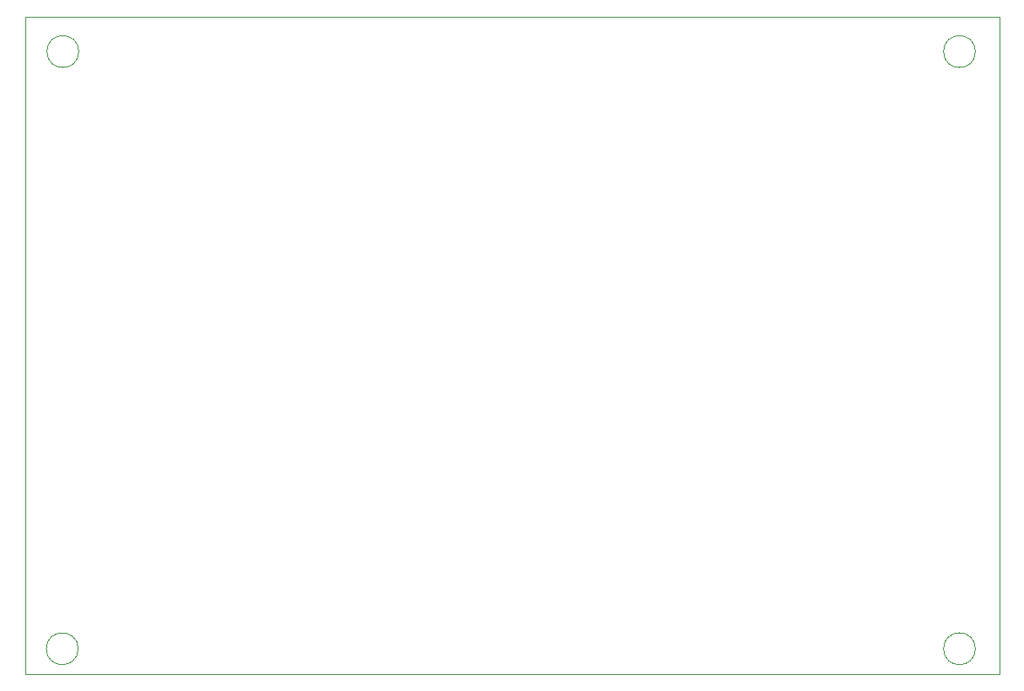
<source format=gbr>
%TF.GenerationSoftware,KiCad,Pcbnew,(6.0.6)*%
%TF.CreationDate,2022-06-30T15:09:02+02:00*%
%TF.ProjectId,pico_watering_system,7069636f-5f77-4617-9465-72696e675f73,rev?*%
%TF.SameCoordinates,Original*%
%TF.FileFunction,Profile,NP*%
%FSLAX46Y46*%
G04 Gerber Fmt 4.6, Leading zero omitted, Abs format (unit mm)*
G04 Created by KiCad (PCBNEW (6.0.6)) date 2022-06-30 15:09:02*
%MOMM*%
%LPD*%
G01*
G04 APERTURE LIST*
%TA.AperFunction,Profile*%
%ADD10C,0.100000*%
%TD*%
G04 APERTURE END LIST*
D10*
X98120000Y-64460000D02*
G75*
G03*
X98120000Y-64460000I-1600000J0D01*
G01*
X98060000Y-124460000D02*
G75*
G03*
X98060000Y-124460000I-1600000J0D01*
G01*
X92710000Y-60960000D02*
X190500000Y-60960000D01*
X190500000Y-60960000D02*
X190500000Y-127000000D01*
X190500000Y-127000000D02*
X92710000Y-127000000D01*
X92710000Y-127000000D02*
X92710000Y-60960000D01*
X188120000Y-124460000D02*
G75*
G03*
X188120000Y-124460000I-1600000J0D01*
G01*
X188120000Y-64460000D02*
G75*
G03*
X188120000Y-64460000I-1600000J0D01*
G01*
M02*

</source>
